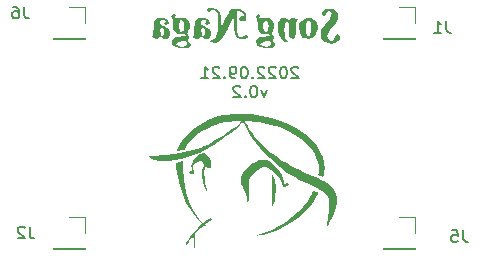
<source format=gbr>
%TF.GenerationSoftware,KiCad,Pcbnew,(6.0.6)*%
%TF.CreationDate,2022-09-21T08:03:07-07:00*%
%TF.ProjectId,takshaka-mux-board-rounded,74616b73-6861-46b6-912d-6d75782d626f,rev?*%
%TF.SameCoordinates,Original*%
%TF.FileFunction,Legend,Bot*%
%TF.FilePolarity,Positive*%
%FSLAX46Y46*%
G04 Gerber Fmt 4.6, Leading zero omitted, Abs format (unit mm)*
G04 Created by KiCad (PCBNEW (6.0.6)) date 2022-09-21 08:03:07*
%MOMM*%
%LPD*%
G01*
G04 APERTURE LIST*
%ADD10C,0.150000*%
%ADD11C,0.120000*%
G04 APERTURE END LIST*
D10*
X244755238Y-138272619D02*
X244707619Y-138225000D01*
X244612380Y-138177380D01*
X244374285Y-138177380D01*
X244279047Y-138225000D01*
X244231428Y-138272619D01*
X244183809Y-138367857D01*
X244183809Y-138463095D01*
X244231428Y-138605952D01*
X244802857Y-139177380D01*
X244183809Y-139177380D01*
X243564761Y-138177380D02*
X243469523Y-138177380D01*
X243374285Y-138225000D01*
X243326666Y-138272619D01*
X243279047Y-138367857D01*
X243231428Y-138558333D01*
X243231428Y-138796428D01*
X243279047Y-138986904D01*
X243326666Y-139082142D01*
X243374285Y-139129761D01*
X243469523Y-139177380D01*
X243564761Y-139177380D01*
X243660000Y-139129761D01*
X243707619Y-139082142D01*
X243755238Y-138986904D01*
X243802857Y-138796428D01*
X243802857Y-138558333D01*
X243755238Y-138367857D01*
X243707619Y-138272619D01*
X243660000Y-138225000D01*
X243564761Y-138177380D01*
X242850476Y-138272619D02*
X242802857Y-138225000D01*
X242707619Y-138177380D01*
X242469523Y-138177380D01*
X242374285Y-138225000D01*
X242326666Y-138272619D01*
X242279047Y-138367857D01*
X242279047Y-138463095D01*
X242326666Y-138605952D01*
X242898095Y-139177380D01*
X242279047Y-139177380D01*
X241898095Y-138272619D02*
X241850476Y-138225000D01*
X241755238Y-138177380D01*
X241517142Y-138177380D01*
X241421904Y-138225000D01*
X241374285Y-138272619D01*
X241326666Y-138367857D01*
X241326666Y-138463095D01*
X241374285Y-138605952D01*
X241945714Y-139177380D01*
X241326666Y-139177380D01*
X240898095Y-139082142D02*
X240850476Y-139129761D01*
X240898095Y-139177380D01*
X240945714Y-139129761D01*
X240898095Y-139082142D01*
X240898095Y-139177380D01*
X240231428Y-138177380D02*
X240136190Y-138177380D01*
X240040952Y-138225000D01*
X239993333Y-138272619D01*
X239945714Y-138367857D01*
X239898095Y-138558333D01*
X239898095Y-138796428D01*
X239945714Y-138986904D01*
X239993333Y-139082142D01*
X240040952Y-139129761D01*
X240136190Y-139177380D01*
X240231428Y-139177380D01*
X240326666Y-139129761D01*
X240374285Y-139082142D01*
X240421904Y-138986904D01*
X240469523Y-138796428D01*
X240469523Y-138558333D01*
X240421904Y-138367857D01*
X240374285Y-138272619D01*
X240326666Y-138225000D01*
X240231428Y-138177380D01*
X239421904Y-139177380D02*
X239231428Y-139177380D01*
X239136190Y-139129761D01*
X239088571Y-139082142D01*
X238993333Y-138939285D01*
X238945714Y-138748809D01*
X238945714Y-138367857D01*
X238993333Y-138272619D01*
X239040952Y-138225000D01*
X239136190Y-138177380D01*
X239326666Y-138177380D01*
X239421904Y-138225000D01*
X239469523Y-138272619D01*
X239517142Y-138367857D01*
X239517142Y-138605952D01*
X239469523Y-138701190D01*
X239421904Y-138748809D01*
X239326666Y-138796428D01*
X239136190Y-138796428D01*
X239040952Y-138748809D01*
X238993333Y-138701190D01*
X238945714Y-138605952D01*
X238517142Y-139082142D02*
X238469523Y-139129761D01*
X238517142Y-139177380D01*
X238564761Y-139129761D01*
X238517142Y-139082142D01*
X238517142Y-139177380D01*
X238088571Y-138272619D02*
X238040952Y-138225000D01*
X237945714Y-138177380D01*
X237707619Y-138177380D01*
X237612380Y-138225000D01*
X237564761Y-138272619D01*
X237517142Y-138367857D01*
X237517142Y-138463095D01*
X237564761Y-138605952D01*
X238136190Y-139177380D01*
X237517142Y-139177380D01*
X236564761Y-139177380D02*
X237136190Y-139177380D01*
X236850476Y-139177380D02*
X236850476Y-138177380D01*
X236945714Y-138320238D01*
X237040952Y-138415476D01*
X237136190Y-138463095D01*
X242088571Y-140120714D02*
X241850476Y-140787380D01*
X241612380Y-140120714D01*
X241040952Y-139787380D02*
X240945714Y-139787380D01*
X240850476Y-139835000D01*
X240802857Y-139882619D01*
X240755238Y-139977857D01*
X240707619Y-140168333D01*
X240707619Y-140406428D01*
X240755238Y-140596904D01*
X240802857Y-140692142D01*
X240850476Y-140739761D01*
X240945714Y-140787380D01*
X241040952Y-140787380D01*
X241136190Y-140739761D01*
X241183809Y-140692142D01*
X241231428Y-140596904D01*
X241279047Y-140406428D01*
X241279047Y-140168333D01*
X241231428Y-139977857D01*
X241183809Y-139882619D01*
X241136190Y-139835000D01*
X241040952Y-139787380D01*
X240279047Y-140692142D02*
X240231428Y-140739761D01*
X240279047Y-140787380D01*
X240326666Y-140739761D01*
X240279047Y-140692142D01*
X240279047Y-140787380D01*
X239850476Y-139882619D02*
X239802857Y-139835000D01*
X239707619Y-139787380D01*
X239469523Y-139787380D01*
X239374285Y-139835000D01*
X239326666Y-139882619D01*
X239279047Y-139977857D01*
X239279047Y-140073095D01*
X239326666Y-140215952D01*
X239898095Y-140787380D01*
X239279047Y-140787380D01*
%TO.C,J5*%
X258713333Y-152032380D02*
X258713333Y-152746666D01*
X258760952Y-152889523D01*
X258856190Y-152984761D01*
X258999047Y-153032380D01*
X259094285Y-153032380D01*
X257760952Y-152032380D02*
X258237142Y-152032380D01*
X258284761Y-152508571D01*
X258237142Y-152460952D01*
X258141904Y-152413333D01*
X257903809Y-152413333D01*
X257808571Y-152460952D01*
X257760952Y-152508571D01*
X257713333Y-152603809D01*
X257713333Y-152841904D01*
X257760952Y-152937142D01*
X257808571Y-152984761D01*
X257903809Y-153032380D01*
X258141904Y-153032380D01*
X258237142Y-152984761D01*
X258284761Y-152937142D01*
%TO.C,J6*%
X221553333Y-133097380D02*
X221553333Y-133811666D01*
X221600952Y-133954523D01*
X221696190Y-134049761D01*
X221839047Y-134097380D01*
X221934285Y-134097380D01*
X220648571Y-133097380D02*
X220839047Y-133097380D01*
X220934285Y-133145000D01*
X220981904Y-133192619D01*
X221077142Y-133335476D01*
X221124761Y-133525952D01*
X221124761Y-133906904D01*
X221077142Y-134002142D01*
X221029523Y-134049761D01*
X220934285Y-134097380D01*
X220743809Y-134097380D01*
X220648571Y-134049761D01*
X220600952Y-134002142D01*
X220553333Y-133906904D01*
X220553333Y-133668809D01*
X220600952Y-133573571D01*
X220648571Y-133525952D01*
X220743809Y-133478333D01*
X220934285Y-133478333D01*
X221029523Y-133525952D01*
X221077142Y-133573571D01*
X221124761Y-133668809D01*
%TO.C,J1*%
X257283333Y-134322380D02*
X257283333Y-135036666D01*
X257330952Y-135179523D01*
X257426190Y-135274761D01*
X257569047Y-135322380D01*
X257664285Y-135322380D01*
X256283333Y-135322380D02*
X256854761Y-135322380D01*
X256569047Y-135322380D02*
X256569047Y-134322380D01*
X256664285Y-134465238D01*
X256759523Y-134560476D01*
X256854761Y-134608095D01*
%TO.C,J2*%
X222023333Y-151732380D02*
X222023333Y-152446666D01*
X222070952Y-152589523D01*
X222166190Y-152684761D01*
X222309047Y-152732380D01*
X222404285Y-152732380D01*
X221594761Y-151827619D02*
X221547142Y-151780000D01*
X221451904Y-151732380D01*
X221213809Y-151732380D01*
X221118571Y-151780000D01*
X221070952Y-151827619D01*
X221023333Y-151922857D01*
X221023333Y-152018095D01*
X221070952Y-152160952D01*
X221642380Y-152732380D01*
X221023333Y-152732380D01*
%TO.C,G1*%
G36*
X246092545Y-148696052D02*
G01*
X246184026Y-148728503D01*
X246297037Y-148773089D01*
X246396693Y-148815884D01*
X246448110Y-148842963D01*
X246450108Y-148857763D01*
X246423022Y-148936055D01*
X246360874Y-149065127D01*
X246272655Y-149229123D01*
X246167357Y-149412187D01*
X246053972Y-149598462D01*
X245941492Y-149772093D01*
X245838909Y-149917222D01*
X245695800Y-150097462D01*
X245272270Y-150548640D01*
X244780539Y-150974327D01*
X244234473Y-151365962D01*
X243647935Y-151714985D01*
X243034791Y-152012836D01*
X242408905Y-152250953D01*
X241784143Y-152420777D01*
X241619071Y-152451689D01*
X241438055Y-152476849D01*
X241301150Y-152486580D01*
X241266467Y-152485419D01*
X241239170Y-152475307D01*
X241267970Y-152452030D01*
X241359953Y-152412254D01*
X241522205Y-152352646D01*
X241761812Y-152269873D01*
X242031314Y-152175069D01*
X242497524Y-151991212D01*
X242920796Y-151792923D01*
X243330879Y-151565668D01*
X243757520Y-151294914D01*
X244255576Y-150931526D01*
X244754776Y-150495373D01*
X245191615Y-150032066D01*
X245557381Y-149550935D01*
X245843360Y-149061309D01*
X245890193Y-148968793D01*
X245967945Y-148824467D01*
X246027913Y-148725042D01*
X246059948Y-148688014D01*
X246092545Y-148696052D01*
G37*
G36*
X242564648Y-147251246D02*
G01*
X242610148Y-147331112D01*
X242664322Y-147463653D01*
X242720773Y-147631349D01*
X242773107Y-147816680D01*
X242814928Y-148002125D01*
X242849085Y-148240376D01*
X242864786Y-148667889D01*
X242831777Y-149108269D01*
X242753012Y-149530887D01*
X242631444Y-149905113D01*
X242619647Y-149932050D01*
X242569590Y-150023053D01*
X242531369Y-150059796D01*
X242525538Y-150036768D01*
X242518786Y-149937806D01*
X242513380Y-149772549D01*
X242509298Y-149553793D01*
X242506517Y-149294334D01*
X242505015Y-149006969D01*
X242504770Y-148704493D01*
X242505758Y-148399703D01*
X242507958Y-148105395D01*
X242511346Y-147834365D01*
X242515901Y-147599409D01*
X242521599Y-147413323D01*
X242528418Y-147288904D01*
X242536336Y-147238948D01*
X242564648Y-147251246D01*
G37*
G36*
X235000899Y-146914797D02*
G01*
X235050592Y-147616805D01*
X235170339Y-148408965D01*
X235356304Y-149147569D01*
X235609248Y-149836277D01*
X235676106Y-149987733D01*
X235830743Y-150303734D01*
X235989144Y-150570631D01*
X236167914Y-150814710D01*
X236383657Y-151062259D01*
X236687768Y-151389557D01*
X236826166Y-151284194D01*
X236892590Y-151236256D01*
X237050186Y-151138415D01*
X237204310Y-151060369D01*
X237332268Y-151012880D01*
X237411363Y-151006707D01*
X237467295Y-151050111D01*
X237449677Y-151112698D01*
X237351759Y-151183093D01*
X237301494Y-151211528D01*
X237173141Y-151292880D01*
X237037062Y-151387216D01*
X236844053Y-151527784D01*
X236992811Y-151687622D01*
X237141568Y-151847460D01*
X236978580Y-151728016D01*
X236930169Y-151693633D01*
X236834482Y-151632700D01*
X236780430Y-151608571D01*
X236748162Y-151628825D01*
X236663892Y-151700625D01*
X236543542Y-151812121D01*
X236401345Y-151950477D01*
X236057421Y-152292383D01*
X236057037Y-152713805D01*
X236056541Y-152787981D01*
X236050853Y-153011337D01*
X236040187Y-153220613D01*
X236026264Y-153378606D01*
X235995876Y-153621986D01*
X235960518Y-153422857D01*
X235958420Y-153410530D01*
X235939826Y-153259751D01*
X235923885Y-153063923D01*
X235913851Y-152862132D01*
X235913673Y-152856451D01*
X235907188Y-152700110D01*
X235894290Y-152599403D01*
X235867578Y-152557133D01*
X235819650Y-152576104D01*
X235743102Y-152659118D01*
X235630535Y-152808979D01*
X235474544Y-153028490D01*
X235380232Y-153159834D01*
X235282343Y-153290448D01*
X235212827Y-153376395D01*
X235182642Y-153403594D01*
X235184587Y-153374226D01*
X235221733Y-153281435D01*
X235290241Y-153143058D01*
X235380903Y-152975913D01*
X235484512Y-152796819D01*
X235591861Y-152622593D01*
X235693741Y-152470053D01*
X235754755Y-152386951D01*
X235906406Y-152195240D01*
X236079925Y-151989737D01*
X236248530Y-151802659D01*
X236583643Y-151446432D01*
X236335664Y-151184557D01*
X236112068Y-150935201D01*
X235665142Y-150342749D01*
X235281292Y-149694567D01*
X234963589Y-148997927D01*
X234715103Y-148260103D01*
X234538906Y-147488368D01*
X234438068Y-146689994D01*
X234408672Y-146307131D01*
X234690973Y-146244304D01*
X234973275Y-146181477D01*
X235000899Y-146914797D01*
G37*
G36*
X240825553Y-142226322D02*
G01*
X241704602Y-142334139D01*
X242540570Y-142513393D01*
X243329349Y-142763276D01*
X244066829Y-143082978D01*
X244566519Y-143355485D01*
X245106099Y-143710829D01*
X245584686Y-144096326D01*
X245998897Y-144507097D01*
X246345349Y-144938267D01*
X246620659Y-145384958D01*
X246821445Y-145842292D01*
X246944322Y-146305393D01*
X246985910Y-146769382D01*
X246942823Y-147229383D01*
X246923873Y-147322765D01*
X246897389Y-147432750D01*
X246879135Y-147483489D01*
X246859681Y-147485243D01*
X246776797Y-147465978D01*
X246655494Y-147424508D01*
X246450977Y-147346402D01*
X246481525Y-147165589D01*
X246508972Y-146920321D01*
X246489396Y-146483070D01*
X246383182Y-146047485D01*
X246191492Y-145616561D01*
X245915488Y-145193289D01*
X245556329Y-144780664D01*
X245513347Y-144737602D01*
X245028221Y-144315270D01*
X244473352Y-143935841D01*
X243858040Y-143603809D01*
X243191582Y-143323668D01*
X242483276Y-143099914D01*
X241742422Y-142937040D01*
X241533517Y-142904192D01*
X241287942Y-142872135D01*
X241038096Y-142845026D01*
X240799306Y-142824031D01*
X240586899Y-142810313D01*
X240416204Y-142805039D01*
X240302546Y-142809372D01*
X240261254Y-142824477D01*
X240265694Y-142843113D01*
X240308122Y-142932151D01*
X240387816Y-143072444D01*
X240495345Y-143249045D01*
X240621279Y-143447003D01*
X240756186Y-143651372D01*
X240890636Y-143847202D01*
X241015199Y-144019547D01*
X241204888Y-144255897D01*
X241496107Y-144578270D01*
X241820732Y-144902674D01*
X242154663Y-145205273D01*
X242473798Y-145462228D01*
X242586796Y-145546122D01*
X243023630Y-145863841D01*
X243416320Y-146135765D01*
X243782880Y-146372094D01*
X244141320Y-146583033D01*
X244509655Y-146778784D01*
X244905897Y-146969550D01*
X245348058Y-147165532D01*
X245854151Y-147376935D01*
X245950265Y-147416488D01*
X246232182Y-147535193D01*
X246496330Y-147650146D01*
X246726588Y-147754119D01*
X246906836Y-147839881D01*
X247020953Y-147900204D01*
X247197183Y-148013376D01*
X247530517Y-148287788D01*
X247781072Y-148593203D01*
X247949405Y-148930951D01*
X248036077Y-149302362D01*
X248041645Y-149708767D01*
X247966669Y-150151497D01*
X247900663Y-150371947D01*
X247784262Y-150677152D01*
X247642652Y-150990043D01*
X247490266Y-151279179D01*
X247341538Y-151513123D01*
X247284598Y-151588803D01*
X247219597Y-151666281D01*
X247188914Y-151690126D01*
X247188747Y-151667967D01*
X247198666Y-151571530D01*
X247219063Y-151412571D01*
X247247982Y-151206052D01*
X247283468Y-150966933D01*
X247298053Y-150867781D01*
X247335686Y-150579580D01*
X247367096Y-150292937D01*
X247389346Y-150036405D01*
X247399500Y-149838536D01*
X247400650Y-149768281D01*
X247398849Y-149576625D01*
X247385071Y-149437886D01*
X247355221Y-149324752D01*
X247305199Y-149209906D01*
X247282063Y-149164072D01*
X247222367Y-149059825D01*
X247153347Y-148966675D01*
X247066044Y-148878777D01*
X246951498Y-148790287D01*
X246800751Y-148695359D01*
X246604843Y-148588149D01*
X246354814Y-148462812D01*
X246041705Y-148313503D01*
X245656556Y-148134377D01*
X245249676Y-147943174D01*
X244839334Y-147740118D01*
X244480400Y-147547584D01*
X244155855Y-147354804D01*
X243848678Y-147151010D01*
X243541849Y-146925434D01*
X243218347Y-146667309D01*
X242861153Y-146365866D01*
X242391188Y-145949485D01*
X241924236Y-145502951D01*
X241520261Y-145074490D01*
X241170350Y-144653281D01*
X240865588Y-144228505D01*
X240597064Y-143789344D01*
X240355863Y-143324979D01*
X240338549Y-143289147D01*
X240242464Y-143099659D01*
X240156872Y-142945573D01*
X240090531Y-142841924D01*
X240052199Y-142803745D01*
X240051682Y-142803740D01*
X239994696Y-142839095D01*
X239933785Y-142924338D01*
X239931385Y-142928828D01*
X239819304Y-143085874D01*
X239633710Y-143281552D01*
X239378761Y-143512444D01*
X239058618Y-143775132D01*
X238677443Y-144066197D01*
X238239394Y-144382221D01*
X237748633Y-144719785D01*
X237623849Y-144803147D01*
X237305094Y-145007675D01*
X237017665Y-145175800D01*
X236734066Y-145322042D01*
X236426799Y-145460920D01*
X236068363Y-145606951D01*
X235824110Y-145698658D01*
X235306177Y-145866156D01*
X234795500Y-145996613D01*
X234300969Y-146089522D01*
X233831474Y-146144373D01*
X233395904Y-146160658D01*
X233003150Y-146137867D01*
X232662102Y-146075494D01*
X232381648Y-145973028D01*
X232170679Y-145829962D01*
X232008467Y-145676856D01*
X232141219Y-145711093D01*
X232269118Y-145732235D01*
X232494768Y-145740431D01*
X232792883Y-145727336D01*
X233166087Y-145692696D01*
X233617002Y-145636257D01*
X234148250Y-145557764D01*
X234762452Y-145456963D01*
X235014941Y-145413035D01*
X235473479Y-145326831D01*
X235867291Y-145241065D01*
X236212075Y-145150367D01*
X236523530Y-145049366D01*
X236817353Y-144932692D01*
X237109242Y-144794975D01*
X237414896Y-144630844D01*
X237750013Y-144434930D01*
X237914807Y-144335126D01*
X238401224Y-144031482D01*
X238824757Y-143752455D01*
X239181926Y-143500570D01*
X239469250Y-143278352D01*
X239683249Y-143088326D01*
X239820444Y-142933015D01*
X239922778Y-142789300D01*
X239350814Y-142814399D01*
X239333241Y-142815184D01*
X238911107Y-142844659D01*
X238533656Y-142896110D01*
X238177793Y-142975767D01*
X237820427Y-143089861D01*
X237438465Y-143244623D01*
X237008815Y-143446282D01*
X236587326Y-143671937D01*
X236134099Y-143969592D01*
X235761965Y-144286193D01*
X235467364Y-144624857D01*
X235246735Y-144988700D01*
X235233530Y-145015606D01*
X235168451Y-145137608D01*
X235109057Y-145204422D01*
X235027655Y-145237306D01*
X234896554Y-145257521D01*
X234810826Y-145269221D01*
X234671135Y-145291730D01*
X234580054Y-145310917D01*
X234539514Y-145318913D01*
X234512961Y-145295187D01*
X234525833Y-145208152D01*
X234529815Y-145193011D01*
X234570327Y-145080856D01*
X234637126Y-144925141D01*
X234717982Y-144754726D01*
X234908564Y-144443715D01*
X235174875Y-144117592D01*
X235501507Y-143791353D01*
X235875450Y-143475167D01*
X236283690Y-143179206D01*
X236713216Y-142913641D01*
X237151016Y-142688644D01*
X237584076Y-142514385D01*
X237752447Y-142458900D01*
X238078426Y-142365576D01*
X238398526Y-142296417D01*
X238736226Y-142247638D01*
X239115008Y-142215451D01*
X239558350Y-142196073D01*
X239907531Y-142190749D01*
X240825553Y-142226322D01*
G37*
G36*
X241876227Y-146058457D02*
G01*
X242075348Y-146088938D01*
X242256700Y-146160138D01*
X242443194Y-146282600D01*
X242657741Y-146466871D01*
X242830229Y-146645045D01*
X243017247Y-146876009D01*
X243192919Y-147128389D01*
X243347141Y-147385243D01*
X243469810Y-147629632D01*
X243550821Y-147844615D01*
X243580070Y-148013252D01*
X243591349Y-148059855D01*
X243644062Y-148080514D01*
X243760909Y-148075720D01*
X243877310Y-148072276D01*
X243974898Y-148097051D01*
X243994839Y-148153004D01*
X243933393Y-148236644D01*
X243813552Y-148320657D01*
X243670411Y-148363164D01*
X243542968Y-148347978D01*
X243450615Y-148278085D01*
X243412745Y-148156472D01*
X243400703Y-148075946D01*
X243328634Y-147892451D01*
X243199503Y-147677191D01*
X243022216Y-147444096D01*
X242805679Y-147207095D01*
X242758570Y-147160520D01*
X242487642Y-146926418D01*
X242237478Y-146773759D01*
X242001774Y-146700418D01*
X241774226Y-146704269D01*
X241548530Y-146783185D01*
X241493016Y-146813527D01*
X241299445Y-146943234D01*
X241097415Y-147107733D01*
X240908219Y-147287291D01*
X240753149Y-147462177D01*
X240653497Y-147612657D01*
X240642554Y-147635066D01*
X240609147Y-147710019D01*
X240585120Y-147785196D01*
X240569200Y-147875308D01*
X240560112Y-147995065D01*
X240556583Y-148159177D01*
X240557338Y-148382354D01*
X240561104Y-148679306D01*
X240561403Y-148700774D01*
X240563689Y-148966408D01*
X240563215Y-149201062D01*
X240560201Y-149390360D01*
X240554866Y-149519926D01*
X240547430Y-149575386D01*
X240528870Y-149600704D01*
X240485200Y-149610677D01*
X240450811Y-149534276D01*
X240425183Y-149370629D01*
X240390264Y-149195444D01*
X240304048Y-148944151D01*
X240165958Y-148629427D01*
X240048767Y-148363008D01*
X239952320Y-148077906D01*
X239908664Y-147829571D01*
X239915146Y-147601100D01*
X239969113Y-147375589D01*
X240048195Y-147194642D01*
X240232095Y-146923736D01*
X240483982Y-146663005D01*
X240791869Y-146424250D01*
X241143768Y-146219271D01*
X241302888Y-146143976D01*
X241454227Y-146088383D01*
X241595773Y-146061944D01*
X241763280Y-146055190D01*
X241876227Y-146058457D01*
G37*
G36*
X236781966Y-145506332D02*
G01*
X236983136Y-145572990D01*
X237155183Y-145710645D01*
X237289155Y-145907333D01*
X237376102Y-146151088D01*
X237407073Y-146429946D01*
X237407073Y-146718850D01*
X237256478Y-146733222D01*
X237151215Y-146729804D01*
X236982976Y-146656725D01*
X236860070Y-146565856D01*
X236828852Y-146815714D01*
X236815849Y-146970181D01*
X236814938Y-147290061D01*
X236839827Y-147643201D01*
X236887819Y-147997702D01*
X236956215Y-148321660D01*
X236967459Y-148365275D01*
X237012036Y-148556553D01*
X237026990Y-148665011D01*
X237012121Y-148691210D01*
X236967224Y-148635711D01*
X236892098Y-148499074D01*
X236798887Y-148297696D01*
X236657946Y-147854834D01*
X236601628Y-147409663D01*
X236631320Y-146970311D01*
X236631331Y-146970245D01*
X236665621Y-146803220D01*
X236705242Y-146663356D01*
X236741618Y-146580927D01*
X236742633Y-146579517D01*
X236766636Y-146478401D01*
X236734432Y-146358193D01*
X236661030Y-146251410D01*
X236561440Y-146190572D01*
X236443806Y-146189401D01*
X236278965Y-146240238D01*
X236111230Y-146334632D01*
X235969483Y-146459464D01*
X235864377Y-146630822D01*
X235839789Y-146817926D01*
X235902543Y-147006480D01*
X235936902Y-147072124D01*
X235968707Y-147186838D01*
X235931127Y-147251619D01*
X235822499Y-147271986D01*
X235786126Y-147270779D01*
X235643371Y-147237099D01*
X235553726Y-147166128D01*
X235534396Y-147069932D01*
X235571047Y-147008425D01*
X235667930Y-146992134D01*
X235668159Y-146992149D01*
X235744948Y-146990600D01*
X235765381Y-146954710D01*
X235743635Y-146859673D01*
X235725657Y-146790072D01*
X235707327Y-146623919D01*
X235735647Y-146459047D01*
X235814810Y-146260159D01*
X235859143Y-146169805D01*
X236040693Y-145882224D01*
X236245923Y-145673008D01*
X236471197Y-145545227D01*
X236712878Y-145501951D01*
X236781966Y-145506332D01*
G37*
D11*
%TO.C,J5*%
X254620000Y-153520000D02*
X251960000Y-153520000D01*
X251960000Y-153520000D02*
X251960000Y-153580000D01*
X254620000Y-153580000D02*
X251960000Y-153580000D01*
X254620000Y-152250000D02*
X254620000Y-150920000D01*
X254620000Y-150920000D02*
X253290000Y-150920000D01*
X254620000Y-153520000D02*
X254620000Y-153580000D01*
%TO.C,J6*%
X226680000Y-135805000D02*
X224020000Y-135805000D01*
X226680000Y-135745000D02*
X226680000Y-135805000D01*
X224020000Y-135745000D02*
X224020000Y-135805000D01*
X226680000Y-135745000D02*
X224020000Y-135745000D01*
X226680000Y-133145000D02*
X225350000Y-133145000D01*
X226680000Y-134475000D02*
X226680000Y-133145000D01*
%TO.C,J1*%
X254620000Y-135740000D02*
X254620000Y-135800000D01*
X251960000Y-135740000D02*
X251960000Y-135800000D01*
X254620000Y-134470000D02*
X254620000Y-133140000D01*
X254620000Y-135740000D02*
X251960000Y-135740000D01*
X254620000Y-133140000D02*
X253290000Y-133140000D01*
X254620000Y-135800000D02*
X251960000Y-135800000D01*
%TO.C,J2*%
X226680000Y-152250000D02*
X226680000Y-150920000D01*
X226680000Y-153520000D02*
X226680000Y-153580000D01*
X226680000Y-153520000D02*
X224020000Y-153520000D01*
X224020000Y-153520000D02*
X224020000Y-153580000D01*
X226680000Y-153580000D02*
X224020000Y-153580000D01*
X226680000Y-150920000D02*
X225350000Y-150920000D01*
%TO.C,G2*%
G36*
X244659724Y-134108686D02*
G01*
X244754904Y-134177569D01*
X244765563Y-134246353D01*
X244683665Y-134263324D01*
X244645274Y-134285201D01*
X244611323Y-134400501D01*
X244588023Y-134628008D01*
X244572915Y-134983720D01*
X244568798Y-135109103D01*
X244544880Y-135456843D01*
X244499200Y-135682150D01*
X244422846Y-135801728D01*
X244306907Y-135832278D01*
X244142472Y-135790503D01*
X244074860Y-135758237D01*
X244023079Y-135697717D01*
X243994618Y-135583927D01*
X243982592Y-135386527D01*
X243980114Y-135075174D01*
X243980107Y-135059427D01*
X243974945Y-134740855D01*
X243957247Y-134538751D01*
X243922708Y-134426568D01*
X243867025Y-134377756D01*
X243839262Y-134368437D01*
X243719771Y-134376972D01*
X243641993Y-134491169D01*
X243601280Y-134723015D01*
X243592985Y-135084495D01*
X243599750Y-135315761D01*
X243624195Y-135561652D01*
X243673687Y-135734154D01*
X243756924Y-135875217D01*
X243777674Y-135903368D01*
X243860873Y-136027236D01*
X243859150Y-136076508D01*
X243775528Y-136085341D01*
X243676029Y-136066734D01*
X243472694Y-135950562D01*
X243279958Y-135760435D01*
X243141540Y-135534350D01*
X243121220Y-135479753D01*
X243061028Y-135186326D01*
X243046459Y-134847580D01*
X243077000Y-134524426D01*
X243152138Y-134277780D01*
X243181329Y-134225224D01*
X243304183Y-134098352D01*
X243489211Y-134064886D01*
X243682378Y-134098974D01*
X243854070Y-134189663D01*
X243930882Y-134255119D01*
X244000988Y-134273077D01*
X244061775Y-134189663D01*
X244079408Y-134165099D01*
X244225469Y-134085810D01*
X244437897Y-134064434D01*
X244659724Y-134108686D01*
G37*
G36*
X233925139Y-135531580D02*
G01*
X233816941Y-135712724D01*
X233625284Y-135813379D01*
X233432518Y-135818464D01*
X233179119Y-135708516D01*
X233094825Y-135685897D01*
X232926563Y-135750836D01*
X232806929Y-135813145D01*
X232685908Y-135813813D01*
X232506819Y-135744678D01*
X232401213Y-135693062D01*
X232329881Y-135634422D01*
X232380540Y-135600031D01*
X232388917Y-135597823D01*
X232449529Y-135557944D01*
X232485369Y-135461961D01*
X232502460Y-135280523D01*
X232506776Y-134987227D01*
X233094295Y-134987227D01*
X233098177Y-135200743D01*
X233113326Y-135352857D01*
X233160067Y-135507752D01*
X233243871Y-135566333D01*
X233338853Y-135545628D01*
X233415387Y-135399303D01*
X233429713Y-135280866D01*
X233396957Y-135079594D01*
X233310084Y-134922201D01*
X233189923Y-134858637D01*
X233124257Y-134883873D01*
X233094295Y-134987227D01*
X232506776Y-134987227D01*
X232506819Y-134984275D01*
X232506819Y-134981680D01*
X232524297Y-134597379D01*
X232586526Y-134333895D01*
X232708706Y-134170882D01*
X232906039Y-134087995D01*
X233193725Y-134064887D01*
X233363365Y-134075430D01*
X233617898Y-134149977D01*
X233766669Y-134286461D01*
X233793139Y-134473604D01*
X233792382Y-134477318D01*
X233706562Y-134595994D01*
X233559773Y-134633411D01*
X233419182Y-134571909D01*
X233384359Y-134484925D01*
X233474003Y-134386730D01*
X233523999Y-134348183D01*
X233567568Y-134285493D01*
X233496258Y-134241167D01*
X233331524Y-134209218D01*
X233172347Y-134273009D01*
X233097182Y-134445953D01*
X233100046Y-134577925D01*
X233172399Y-134671070D01*
X233349739Y-134758929D01*
X233386853Y-134774923D01*
X233610899Y-134894663D01*
X233787642Y-135022450D01*
X233855824Y-135099988D01*
X233928194Y-135280866D01*
X233941046Y-135312988D01*
X233925139Y-135531580D01*
G37*
G36*
X237553524Y-133205396D02*
G01*
X237778854Y-133262849D01*
X237968264Y-133372627D01*
X237974019Y-133377591D01*
X238065675Y-133466783D01*
X238125702Y-133565632D01*
X238163180Y-133707782D01*
X238187187Y-133926881D01*
X238206805Y-134256576D01*
X238243466Y-134966875D01*
X238600303Y-134186168D01*
X238743025Y-133889068D01*
X238885770Y-133621073D01*
X239004456Y-133427844D01*
X239082633Y-133338299D01*
X239241575Y-133285401D01*
X239530969Y-133270642D01*
X239835138Y-133322830D01*
X240090892Y-133435850D01*
X240216423Y-133531595D01*
X240319256Y-133680396D01*
X240358042Y-133900246D01*
X240362063Y-134067869D01*
X240324779Y-134201002D01*
X240222636Y-134284150D01*
X240114821Y-134318085D01*
X239933704Y-134305533D01*
X239784650Y-134230276D01*
X239722728Y-134111349D01*
X239729906Y-134061419D01*
X239796920Y-133949388D01*
X239894647Y-133889040D01*
X239973846Y-133918241D01*
X240044289Y-133965758D01*
X240121015Y-133914064D01*
X240155682Y-133780827D01*
X240143139Y-133696528D01*
X240025198Y-133549856D01*
X239776443Y-133449513D01*
X239578409Y-133399809D01*
X239579395Y-134327660D01*
X239579452Y-134358344D01*
X239583769Y-134722657D01*
X239593802Y-135044161D01*
X239608131Y-135289022D01*
X239625338Y-135423406D01*
X239653832Y-135496220D01*
X239796880Y-135638219D01*
X239997604Y-135681672D01*
X240209216Y-135611506D01*
X240363384Y-135539623D01*
X240466464Y-135573510D01*
X240507659Y-135653327D01*
X240450054Y-135744353D01*
X240286191Y-135808508D01*
X240037588Y-135832784D01*
X239850778Y-135822556D01*
X239681394Y-135764276D01*
X239536082Y-135630323D01*
X239524960Y-135617280D01*
X239450489Y-135515790D01*
X239402642Y-135401910D01*
X239375419Y-135242665D01*
X239362821Y-135005079D01*
X239358847Y-134656175D01*
X239355762Y-133884489D01*
X238924963Y-134760881D01*
X238820848Y-134968420D01*
X238590599Y-135388552D01*
X238389050Y-135692962D01*
X238206249Y-135897386D01*
X238167423Y-135931760D01*
X237930051Y-136096841D01*
X237702240Y-136152095D01*
X237431677Y-136112019D01*
X237394225Y-136101030D01*
X237282520Y-136037654D01*
X237311256Y-135972741D01*
X237477808Y-135917365D01*
X237650054Y-135854629D01*
X237808025Y-135703976D01*
X237913559Y-135457976D01*
X237972555Y-135101720D01*
X237990909Y-134620300D01*
X237990868Y-134588943D01*
X237976009Y-134109951D01*
X237932801Y-133760180D01*
X237858880Y-133527551D01*
X237751878Y-133399988D01*
X237590548Y-133347601D01*
X237406501Y-133368261D01*
X237282406Y-133461665D01*
X237197910Y-133531559D01*
X237099054Y-133503245D01*
X237052841Y-133382837D01*
X237059130Y-133342562D01*
X237153951Y-133245696D01*
X237331986Y-133199826D01*
X237553524Y-133205396D01*
G37*
G36*
X235555236Y-136497464D02*
G01*
X235312311Y-136592960D01*
X235123572Y-136622885D01*
X234792201Y-136619399D01*
X234476757Y-136560098D01*
X234238637Y-136452986D01*
X234125780Y-136337861D01*
X234094880Y-136256960D01*
X234420386Y-136256960D01*
X234469532Y-136353804D01*
X234495219Y-136371827D01*
X234686896Y-136444862D01*
X234927935Y-136480650D01*
X235140625Y-136466178D01*
X235247115Y-136425709D01*
X235345277Y-136306542D01*
X235309579Y-136136116D01*
X235303006Y-136124219D01*
X235232969Y-136048307D01*
X235113705Y-136026049D01*
X234899699Y-136047617D01*
X234698341Y-136087731D01*
X234501358Y-136164922D01*
X234420386Y-136256960D01*
X234094880Y-136256960D01*
X234036144Y-136103178D01*
X234036145Y-136011596D01*
X234122723Y-135817885D01*
X234325547Y-135695025D01*
X234633528Y-135651401D01*
X234691484Y-135650676D01*
X234988657Y-135625080D01*
X235180692Y-135566825D01*
X235248864Y-135481093D01*
X235246103Y-135467494D01*
X235152850Y-135424142D01*
X234937096Y-135423586D01*
X234777638Y-135428286D01*
X234583246Y-135383232D01*
X234389923Y-135250301D01*
X234279002Y-135150726D01*
X234198092Y-135035981D01*
X234170095Y-134886869D01*
X234175373Y-134655957D01*
X234672877Y-134655957D01*
X234673367Y-134899424D01*
X234715391Y-135105292D01*
X234736009Y-135145335D01*
X234846628Y-135215331D01*
X234973514Y-135183217D01*
X235059065Y-135057074D01*
X235079882Y-134966214D01*
X235102925Y-134705376D01*
X235075676Y-134478316D01*
X235007682Y-134312542D01*
X234908488Y-134235562D01*
X234787638Y-134274883D01*
X234776550Y-134285507D01*
X234708933Y-134432212D01*
X234672877Y-134655957D01*
X234175373Y-134655957D01*
X234175538Y-134648753D01*
X234177028Y-134486070D01*
X234154864Y-134247404D01*
X234109359Y-134087670D01*
X234054339Y-133972609D01*
X234022159Y-133860873D01*
X234022357Y-133855174D01*
X234087297Y-133770299D01*
X234224826Y-133737921D01*
X234371117Y-133773941D01*
X234428570Y-133818437D01*
X234400995Y-133846215D01*
X234350612Y-133870794D01*
X234310796Y-133984418D01*
X234323250Y-134054718D01*
X234383258Y-134092105D01*
X234522771Y-134099349D01*
X234773721Y-134083268D01*
X235025648Y-134068085D01*
X235191646Y-134080144D01*
X235308234Y-134131328D01*
X235423153Y-134232615D01*
X235507063Y-134338504D01*
X235604544Y-134609334D01*
X235600353Y-134705376D01*
X235591771Y-134902061D01*
X235466378Y-135165646D01*
X235393185Y-135266672D01*
X235367587Y-135359556D01*
X235430298Y-135436769D01*
X235462490Y-135470623D01*
X235526665Y-135624775D01*
X235527269Y-135793989D01*
X235459909Y-135908300D01*
X235439163Y-135973547D01*
X235532068Y-136095768D01*
X235629666Y-136211008D01*
X235649250Y-136306542D01*
X235661887Y-136368189D01*
X235555236Y-136497464D01*
G37*
G36*
X246283562Y-135418299D02*
G01*
X246096638Y-135647070D01*
X245833671Y-135783975D01*
X245618142Y-135809415D01*
X245387693Y-135784861D01*
X245382585Y-135783437D01*
X245227561Y-135741795D01*
X245152115Y-135724546D01*
X245146077Y-135720545D01*
X245085879Y-135640491D01*
X244989550Y-135490029D01*
X244896083Y-135271531D01*
X244846293Y-134871126D01*
X244846469Y-134839198D01*
X245384616Y-134839198D01*
X245385520Y-135123084D01*
X245418966Y-135371173D01*
X245486251Y-135533057D01*
X245573256Y-135619059D01*
X245681674Y-135635556D01*
X245781552Y-135512812D01*
X245797556Y-135476589D01*
X245840416Y-135272343D01*
X245856064Y-135001605D01*
X245845767Y-134716650D01*
X245810797Y-134469755D01*
X245752422Y-134313195D01*
X245691810Y-134237751D01*
X245621190Y-134215594D01*
X245517905Y-134301981D01*
X245475250Y-134365665D01*
X245414958Y-134569922D01*
X245384616Y-134839198D01*
X244846469Y-134839198D01*
X244846602Y-134814982D01*
X244865028Y-134587023D01*
X244927790Y-134428081D01*
X245056950Y-134275813D01*
X245217684Y-134156306D01*
X245511671Y-134062913D01*
X245820336Y-134079874D01*
X246093852Y-134210333D01*
X246158025Y-134266859D01*
X246331676Y-134521942D01*
X246406722Y-134821619D01*
X246396324Y-135001605D01*
X246388804Y-135131777D01*
X246283562Y-135418299D01*
G37*
G36*
X247566142Y-133277099D02*
G01*
X247769826Y-133335414D01*
X247954415Y-133482063D01*
X247955071Y-133482720D01*
X248112352Y-133696121D01*
X248161479Y-133925398D01*
X248098834Y-134185609D01*
X247920802Y-134491812D01*
X247623768Y-134859065D01*
X247466646Y-135052034D01*
X247326108Y-135259391D01*
X247254060Y-135411163D01*
X247238596Y-135497372D01*
X247256189Y-135731166D01*
X247350566Y-135913469D01*
X247503294Y-136000681D01*
X247647753Y-135996663D01*
X247808999Y-135886989D01*
X247902284Y-135650768D01*
X247965093Y-135494143D01*
X248079115Y-135439725D01*
X248223069Y-135522500D01*
X248301426Y-135659865D01*
X248264465Y-135842701D01*
X248087646Y-136042847D01*
X247833700Y-136186982D01*
X247499901Y-136224999D01*
X247126148Y-136129043D01*
X246879685Y-135977776D01*
X246706900Y-135728261D01*
X246650000Y-135393505D01*
X246650246Y-135364871D01*
X246667059Y-135197875D01*
X246721903Y-135039069D01*
X246831018Y-134861132D01*
X247010645Y-134636741D01*
X247277022Y-134338574D01*
X247427166Y-134153555D01*
X247567214Y-133885912D01*
X247585801Y-133659600D01*
X247479830Y-133487614D01*
X247463104Y-133475007D01*
X247327771Y-133450754D01*
X247209432Y-133542744D01*
X247141406Y-133727371D01*
X247089462Y-133846819D01*
X246981567Y-133892024D01*
X246871016Y-133839028D01*
X246808239Y-133693029D01*
X246810732Y-133595559D01*
X246908768Y-133422623D01*
X247120322Y-133310833D01*
X247429277Y-133271136D01*
X247566142Y-133277099D01*
G37*
G36*
X237388776Y-135531580D02*
G01*
X237280577Y-135712724D01*
X237088921Y-135813379D01*
X236896155Y-135818464D01*
X236642756Y-135708516D01*
X236558462Y-135685897D01*
X236390199Y-135750836D01*
X236270565Y-135813145D01*
X236149544Y-135813813D01*
X235970455Y-135744678D01*
X235864849Y-135693062D01*
X235793518Y-135634422D01*
X235844177Y-135600031D01*
X235852554Y-135597823D01*
X235913165Y-135557944D01*
X235949006Y-135461961D01*
X235966096Y-135280523D01*
X235970412Y-134987227D01*
X236557931Y-134987227D01*
X236561814Y-135200743D01*
X236576963Y-135352857D01*
X236623704Y-135507752D01*
X236707508Y-135566333D01*
X236802490Y-135545628D01*
X236879024Y-135399303D01*
X236893349Y-135280866D01*
X236860594Y-135079594D01*
X236773720Y-134922201D01*
X236653560Y-134858637D01*
X236587894Y-134883873D01*
X236557931Y-134987227D01*
X235970412Y-134987227D01*
X235970455Y-134984275D01*
X235970455Y-134981680D01*
X235987933Y-134597379D01*
X236050162Y-134333895D01*
X236172342Y-134170882D01*
X236369675Y-134087995D01*
X236657361Y-134064887D01*
X236827002Y-134075430D01*
X237081535Y-134149977D01*
X237230306Y-134286461D01*
X237256775Y-134473604D01*
X237256019Y-134477318D01*
X237170199Y-134595994D01*
X237023410Y-134633411D01*
X236882819Y-134571909D01*
X236847996Y-134484925D01*
X236937639Y-134386730D01*
X236987636Y-134348183D01*
X237031204Y-134285493D01*
X236959894Y-134241167D01*
X236795160Y-134209218D01*
X236635983Y-134273009D01*
X236560819Y-134445953D01*
X236563683Y-134577925D01*
X236636036Y-134671070D01*
X236813376Y-134758929D01*
X236850489Y-134774923D01*
X237074535Y-134894663D01*
X237251279Y-135022450D01*
X237319460Y-135099988D01*
X237391830Y-135280866D01*
X237404682Y-135312988D01*
X237388776Y-135531580D01*
G37*
G36*
X242698986Y-136497464D02*
G01*
X242456061Y-136592960D01*
X242267322Y-136622885D01*
X241935951Y-136619399D01*
X241620507Y-136560098D01*
X241382387Y-136452986D01*
X241269530Y-136337861D01*
X241238630Y-136256960D01*
X241564136Y-136256960D01*
X241613282Y-136353804D01*
X241638969Y-136371827D01*
X241830646Y-136444862D01*
X242071685Y-136480650D01*
X242284375Y-136466178D01*
X242390865Y-136425709D01*
X242489027Y-136306542D01*
X242453329Y-136136116D01*
X242446756Y-136124219D01*
X242376719Y-136048307D01*
X242257455Y-136026049D01*
X242043449Y-136047617D01*
X241842091Y-136087731D01*
X241645108Y-136164922D01*
X241564136Y-136256960D01*
X241238630Y-136256960D01*
X241179894Y-136103178D01*
X241179895Y-136011596D01*
X241266473Y-135817885D01*
X241469297Y-135695025D01*
X241777278Y-135651401D01*
X241835234Y-135650676D01*
X242132407Y-135625080D01*
X242324442Y-135566825D01*
X242392614Y-135481093D01*
X242389853Y-135467494D01*
X242296600Y-135424142D01*
X242080846Y-135423586D01*
X241921388Y-135428286D01*
X241726996Y-135383232D01*
X241533673Y-135250301D01*
X241422752Y-135150726D01*
X241341842Y-135035981D01*
X241313845Y-134886869D01*
X241319123Y-134655957D01*
X241816627Y-134655957D01*
X241817117Y-134899424D01*
X241859141Y-135105292D01*
X241879759Y-135145335D01*
X241990378Y-135215331D01*
X242117264Y-135183217D01*
X242202815Y-135057074D01*
X242223632Y-134966214D01*
X242246675Y-134705376D01*
X242219426Y-134478316D01*
X242151432Y-134312542D01*
X242052238Y-134235562D01*
X241931388Y-134274883D01*
X241920300Y-134285507D01*
X241852683Y-134432212D01*
X241816627Y-134655957D01*
X241319123Y-134655957D01*
X241319288Y-134648753D01*
X241320778Y-134486070D01*
X241298614Y-134247404D01*
X241253109Y-134087670D01*
X241198089Y-133972609D01*
X241165909Y-133860873D01*
X241166107Y-133855174D01*
X241231047Y-133770299D01*
X241368576Y-133737921D01*
X241514867Y-133773941D01*
X241572320Y-133818437D01*
X241544745Y-133846215D01*
X241494362Y-133870794D01*
X241454546Y-133984418D01*
X241467000Y-134054718D01*
X241527008Y-134092105D01*
X241666521Y-134099349D01*
X241917471Y-134083268D01*
X242169398Y-134068085D01*
X242335396Y-134080144D01*
X242451984Y-134131328D01*
X242566903Y-134232615D01*
X242650813Y-134338504D01*
X242748294Y-134609334D01*
X242744103Y-134705376D01*
X242735521Y-134902061D01*
X242610128Y-135165646D01*
X242536935Y-135266672D01*
X242511337Y-135359556D01*
X242574048Y-135436769D01*
X242606240Y-135470623D01*
X242670415Y-135624775D01*
X242671019Y-135793989D01*
X242603659Y-135908300D01*
X242582913Y-135973547D01*
X242675818Y-136095768D01*
X242773416Y-136211008D01*
X242793000Y-136306542D01*
X242805637Y-136368189D01*
X242698986Y-136497464D01*
G37*
%TD*%
M02*

</source>
